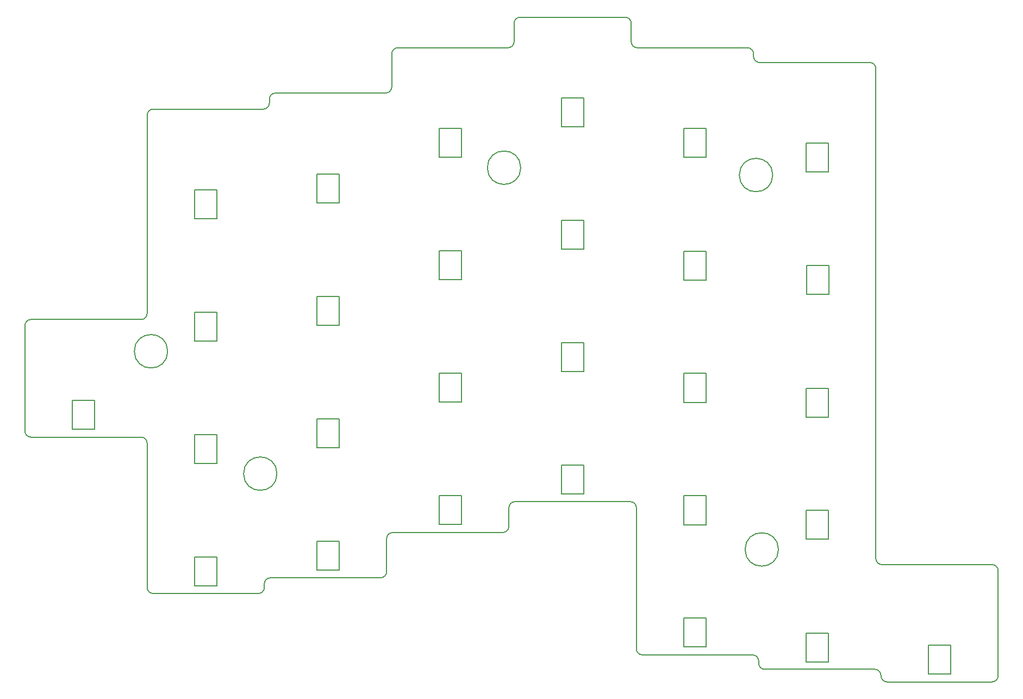
<source format=gbr>
G04 #@! TF.GenerationSoftware,KiCad,Pcbnew,(5.0.2)-1*
G04 #@! TF.CreationDate,2019-03-25T20:18:58+08:00*
G04 #@! TF.ProjectId,JiranSecondTry,4a697261-6e53-4656-936f-6e645472792e,rev?*
G04 #@! TF.SameCoordinates,Original*
G04 #@! TF.FileFunction,Profile,NP*
%FSLAX46Y46*%
G04 Gerber Fmt 4.6, Leading zero omitted, Abs format (unit mm)*
G04 Created by KiCad (PCBNEW (5.0.2)-1) date 25/03/2019 20:18:58*
%MOMM*%
%LPD*%
G01*
G04 APERTURE LIST*
%ADD10C,0.150000*%
G04 APERTURE END LIST*
D10*
X253600000Y-29350000D02*
X253600000Y-105600000D01*
X254550000Y-106550000D02*
X271700000Y-106550000D01*
X254550000Y-106550000D02*
G75*
G02X253600000Y-105600000I0J950000D01*
G01*
X272650000Y-107500000D02*
X272650000Y-123850000D01*
X271700000Y-106550000D02*
G75*
G02X272650000Y-107500000I0J-950000D01*
G01*
X271700000Y-124800000D02*
X255350000Y-124800000D01*
X272650000Y-123850000D02*
G75*
G02X271700000Y-124800000I-950000J0D01*
G01*
X254400000Y-123800000D02*
X254400000Y-123850000D01*
X255350000Y-124800000D02*
G75*
G02X254400000Y-123850000I0J950000D01*
G01*
X253450000Y-122850000D02*
X236300000Y-122850000D01*
X253450000Y-122850000D02*
G75*
G02X254400000Y-123800000I0J-950000D01*
G01*
X235350000Y-121550000D02*
X235350000Y-121900000D01*
X236300000Y-122850000D02*
G75*
G02X235350000Y-121900000I0J950000D01*
G01*
X234400000Y-120600000D02*
X217250000Y-120600000D01*
X234400000Y-120600000D02*
G75*
G02X235350000Y-121550000I0J-950000D01*
G01*
X216300000Y-119650000D02*
X216300000Y-97700000D01*
X217250000Y-120600000D02*
G75*
G02X216300000Y-119650000I0J950000D01*
G01*
X215350000Y-96750000D02*
X197400000Y-96750000D01*
X215350000Y-96750000D02*
G75*
G02X216300000Y-97700000I0J-950000D01*
G01*
X196450000Y-100600000D02*
X196450000Y-97700000D01*
X196450000Y-97700000D02*
G75*
G02X197400000Y-96750000I950000J0D01*
G01*
X195500000Y-101550000D02*
X178350000Y-101550000D01*
X196450000Y-100600000D02*
G75*
G02X195500000Y-101550000I-950000J0D01*
G01*
X177400000Y-102500000D02*
X177400000Y-107650000D01*
X177400000Y-102500000D02*
G75*
G02X178350000Y-101550000I950000J0D01*
G01*
X159300000Y-108600000D02*
X176450000Y-108600000D01*
X177400000Y-107650000D02*
G75*
G02X176450000Y-108600000I-950000J0D01*
G01*
X158350000Y-109550000D02*
X158350000Y-110100000D01*
X158350000Y-109550000D02*
G75*
G02X159300000Y-108600000I950000J0D01*
G01*
X157400000Y-111050000D02*
X141050000Y-111050000D01*
X158350000Y-110100000D02*
G75*
G02X157400000Y-111050000I-950000J0D01*
G01*
X140100000Y-110100000D02*
X140100000Y-87650000D01*
X141050000Y-111050000D02*
G75*
G02X140100000Y-110100000I0J950000D01*
G01*
X139150000Y-86700000D02*
X122000000Y-86700000D01*
X139150000Y-86700000D02*
G75*
G02X140100000Y-87650000I0J-950000D01*
G01*
X121050000Y-85750000D02*
X121050000Y-69350000D01*
X122000000Y-86700000D02*
G75*
G02X121050000Y-85750000I0J950000D01*
G01*
X122000000Y-68400000D02*
X139150000Y-68400000D01*
X121050000Y-69350000D02*
G75*
G02X122000000Y-68400000I950000J0D01*
G01*
X140100000Y-67450000D02*
X140100000Y-36600000D01*
X140100000Y-67450000D02*
G75*
G02X139150000Y-68400000I-950000J0D01*
G01*
X158200000Y-35650000D02*
X141050000Y-35650000D01*
X140100000Y-36600000D02*
G75*
G02X141050000Y-35650000I950000J0D01*
G01*
X159150000Y-34100000D02*
X159150000Y-34700000D01*
X159150000Y-34700000D02*
G75*
G02X158200000Y-35650000I-950000J0D01*
G01*
X160100000Y-33150000D02*
X177250000Y-33150000D01*
X159150000Y-34100000D02*
G75*
G02X160100000Y-33150000I950000J0D01*
G01*
X178200000Y-27050000D02*
X178200000Y-32200000D01*
X178200000Y-32200000D02*
G75*
G02X177250000Y-33150000I-950000J0D01*
G01*
X179150000Y-26100000D02*
X196300000Y-26100000D01*
X178200000Y-27050000D02*
G75*
G02X179150000Y-26100000I950000J0D01*
G01*
X197250000Y-22300000D02*
X197250000Y-25150000D01*
X197250000Y-25150000D02*
G75*
G02X196300000Y-26100000I-950000J0D01*
G01*
X198200000Y-21350000D02*
X214550000Y-21350000D01*
X197250000Y-22300000D02*
G75*
G02X198200000Y-21350000I950000J0D01*
G01*
X215500000Y-25150000D02*
X215500000Y-22300000D01*
X214550000Y-21350000D02*
G75*
G02X215500000Y-22300000I0J-950000D01*
G01*
X233600000Y-26100000D02*
X216450000Y-26100000D01*
X216450000Y-26100000D02*
G75*
G02X215500000Y-25150000I0J950000D01*
G01*
X234550000Y-27450000D02*
X234550000Y-27050000D01*
X233600000Y-26100000D02*
G75*
G02X234550000Y-27050000I0J-950000D01*
G01*
X235500000Y-28400000D02*
X252650000Y-28400000D01*
X235500000Y-28400000D02*
G75*
G02X234550000Y-27450000I0J950000D01*
G01*
X252650000Y-28400000D02*
G75*
G02X253600000Y-29350000I0J-950000D01*
G01*
X265300000Y-119080000D02*
X261820000Y-119080000D01*
X265300000Y-123560000D02*
X265300000Y-119080000D01*
X261810000Y-123560000D02*
X265300000Y-123560000D01*
X261810000Y-119080000D02*
X261810000Y-123560000D01*
X246240000Y-117180000D02*
X242740000Y-117180000D01*
X246240000Y-121670000D02*
X246240000Y-117180000D01*
X242740000Y-121670000D02*
X246240000Y-121670000D01*
X242740000Y-117180000D02*
X242740000Y-121670000D01*
X227170000Y-114880000D02*
X223670000Y-114880000D01*
X227170000Y-119360000D02*
X227170000Y-114880000D01*
X223670000Y-119360000D02*
X227170000Y-119360000D01*
X223670000Y-114880000D02*
X223670000Y-119360000D01*
X246250000Y-98110000D02*
X242750000Y-98110000D01*
X246250000Y-102590000D02*
X246250000Y-98110000D01*
X242750000Y-102590000D02*
X246250000Y-102590000D01*
X242750000Y-98110000D02*
X242750000Y-102590000D01*
X227170000Y-95830000D02*
X223680000Y-95830000D01*
X227170000Y-100330000D02*
X227170000Y-95830000D01*
X223680000Y-100330000D02*
X227170000Y-100330000D01*
X223680000Y-95830000D02*
X223680000Y-100330000D01*
X208120000Y-91060000D02*
X204640000Y-91060000D01*
X208120000Y-95550000D02*
X208120000Y-91060000D01*
X204630000Y-95550000D02*
X208120000Y-95550000D01*
X204630000Y-91060000D02*
X204630000Y-95550000D01*
X189090000Y-95830000D02*
X185610000Y-95830000D01*
X189090000Y-100320000D02*
X189090000Y-95830000D01*
X185610000Y-100320000D02*
X189090000Y-100320000D01*
X185610000Y-95830000D02*
X185610000Y-100320000D01*
X170020000Y-102890000D02*
X166530000Y-102890000D01*
X170020000Y-107360000D02*
X170020000Y-102890000D01*
X166520000Y-107360000D02*
X170020000Y-107360000D01*
X166530000Y-102890000D02*
X166520000Y-107360000D01*
X150980000Y-105350000D02*
X147480000Y-105350000D01*
X150970000Y-109850000D02*
X150980000Y-105350000D01*
X147480000Y-109850000D02*
X150970000Y-109850000D01*
X147480000Y-105350000D02*
X147480000Y-109850000D01*
X246250000Y-79080000D02*
X242750000Y-79080000D01*
X246250000Y-83570000D02*
X246250000Y-79080000D01*
X242750000Y-83570000D02*
X246250000Y-83570000D01*
X242750000Y-79080000D02*
X242750000Y-83570000D01*
X227180000Y-76780000D02*
X223670000Y-76780000D01*
X227180000Y-81280000D02*
X227180000Y-76780000D01*
X223670000Y-81280000D02*
X227180000Y-81280000D01*
X223670000Y-76780000D02*
X223670000Y-81280000D01*
X208120000Y-72000000D02*
X204630000Y-72000000D01*
X208120000Y-76500000D02*
X208120000Y-72000000D01*
X204630000Y-76500000D02*
X208120000Y-76500000D01*
X204630000Y-72000000D02*
X204630000Y-76500000D01*
X189100000Y-76780000D02*
X185600000Y-76780000D01*
X189100000Y-81270000D02*
X189100000Y-76780000D01*
X185600000Y-81270000D02*
X189100000Y-81270000D01*
X185600000Y-76780000D02*
X185600000Y-81270000D01*
X170020000Y-83830000D02*
X166530000Y-83830000D01*
X170020000Y-88310000D02*
X170020000Y-83830000D01*
X166530000Y-88310000D02*
X170020000Y-88310000D01*
X166530000Y-83830000D02*
X166530000Y-88310000D01*
X150970000Y-86300000D02*
X147480000Y-86300000D01*
X150970000Y-90800000D02*
X150970000Y-86300000D01*
X147480000Y-90800000D02*
X150970000Y-90800000D01*
X147480000Y-86300000D02*
X147480000Y-90800000D01*
X246330000Y-60010000D02*
X242830000Y-60010000D01*
X246330000Y-64480000D02*
X246330000Y-60010000D01*
X242830000Y-64480000D02*
X246330000Y-64480000D01*
X242830000Y-60010000D02*
X242830000Y-64480000D01*
X227170000Y-57760000D02*
X223670000Y-57760000D01*
X227170000Y-62240000D02*
X227170000Y-57760000D01*
X223670000Y-62240000D02*
X227170000Y-62240000D01*
X223670000Y-57760000D02*
X223670000Y-62240000D01*
X208120000Y-52980000D02*
X204630000Y-52980000D01*
X208120000Y-57470000D02*
X208120000Y-52980000D01*
X204630000Y-57470000D02*
X208120000Y-57470000D01*
X204630000Y-52980000D02*
X204630000Y-57470000D01*
X189100000Y-57720000D02*
X185600000Y-57720000D01*
X189100000Y-62220000D02*
X189100000Y-57720000D01*
X185600000Y-62220000D02*
X189100000Y-62220000D01*
X185600000Y-57720000D02*
X185600000Y-62220000D01*
X170020000Y-64770000D02*
X166530000Y-64770000D01*
X170020000Y-69270000D02*
X170020000Y-64770000D01*
X166530000Y-69270000D02*
X170020000Y-69270000D01*
X166530000Y-64770000D02*
X166530000Y-69270000D01*
X131920000Y-80990000D02*
X128430000Y-80990000D01*
X131920000Y-85460000D02*
X131920000Y-80990000D01*
X128430000Y-85460000D02*
X131920000Y-85460000D01*
X128430000Y-80990000D02*
X128430000Y-85460000D01*
X150970000Y-67250000D02*
X147480000Y-67250000D01*
X150980000Y-71740000D02*
X150970000Y-67250000D01*
X147480000Y-71740000D02*
X150980000Y-71740000D01*
X147470000Y-67250000D02*
X147480000Y-71740000D01*
X246250000Y-40950000D02*
X242760000Y-40950000D01*
X246250000Y-45440000D02*
X246250000Y-40950000D01*
X242760000Y-45440000D02*
X246250000Y-45440000D01*
X242760000Y-40960000D02*
X242760000Y-45440000D01*
X227180000Y-38670000D02*
X223670000Y-38670000D01*
X227180000Y-43170000D02*
X227180000Y-38670000D01*
X223670000Y-43170000D02*
X227180000Y-43170000D01*
X223670000Y-38670000D02*
X223670000Y-43170000D01*
X208120000Y-33900000D02*
X204630000Y-33900000D01*
X208120000Y-38390000D02*
X208120000Y-33900000D01*
X204630000Y-38390000D02*
X208120000Y-38390000D01*
X204630000Y-33900000D02*
X204630000Y-38390000D01*
X189100000Y-38680000D02*
X185600000Y-38680000D01*
X189100000Y-43170000D02*
X189100000Y-38680000D01*
X185600000Y-43170000D02*
X189100000Y-43170000D01*
X185600000Y-38680000D02*
X185600000Y-43170000D01*
X170020000Y-45730000D02*
X166530000Y-45730000D01*
X170020000Y-50220000D02*
X170020000Y-45730000D01*
X166530000Y-50220000D02*
X170020000Y-50220000D01*
X166530000Y-45730000D02*
X166530000Y-50220000D01*
X150970000Y-48200000D02*
X147480000Y-48200000D01*
X150970000Y-52690000D02*
X150970000Y-48200000D01*
X147480000Y-52690000D02*
X150970000Y-52690000D01*
X147480000Y-48200000D02*
X147480000Y-52690000D01*
X143300000Y-73340000D02*
G75*
G03X143300000Y-73340000I-2600000J0D01*
G01*
X160320000Y-92390000D02*
G75*
G03X160320000Y-92390000I-2600000J0D01*
G01*
X198290000Y-44770000D02*
G75*
G03X198290000Y-44770000I-2600000J0D01*
G01*
X238430000Y-104190000D02*
G75*
G03X238430000Y-104190000I-2600000J0D01*
G01*
X237540000Y-45910000D02*
G75*
G03X237540000Y-45910000I-2600000J0D01*
G01*
M02*

</source>
